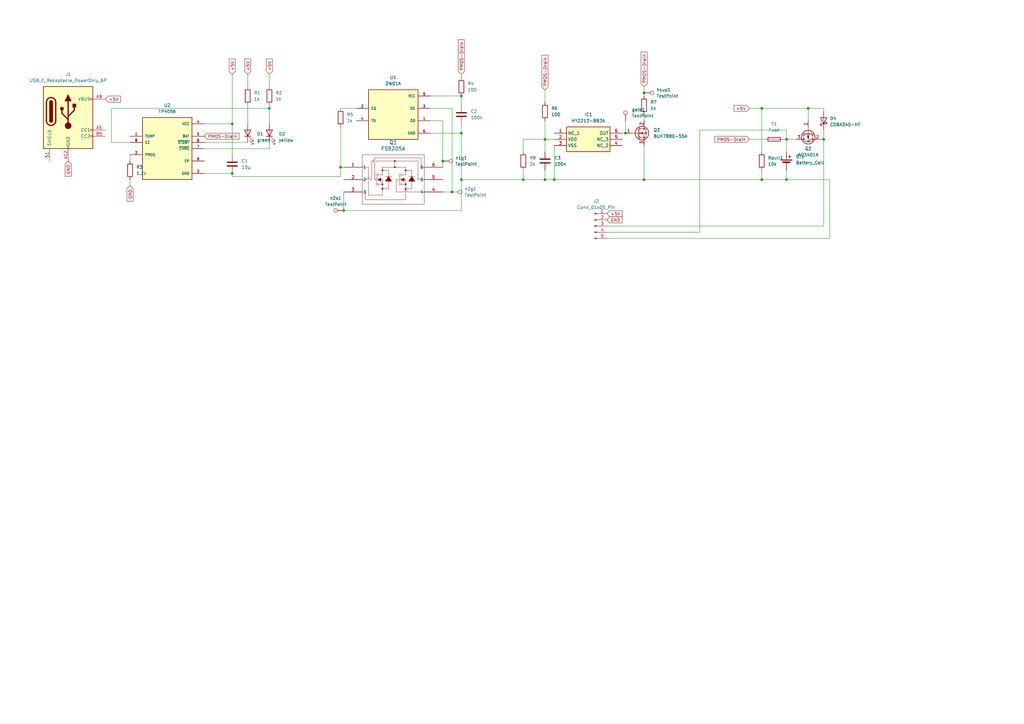
<source format=kicad_sch>
(kicad_sch (version 20231120) (generator "eeschema") (generator_version "8.0")
  (paper "A3")
  (lib_symbols
    (symbol "Connector:Conn_01x05_Pin" (pin_names (offset 1.016) hide)
      (property "Reference" "J" (at 0 7.62 0))
      (property "Value" "Conn_01x05_Pin" (at 0 -7.62 0))
      (symbol "Conn_01x05_Pin_1_1"
        (polyline (pts (xy 1.27 -5.08) (xy 0.8636 -5.08)) (stroke (width 0.1524)))
        (polyline (pts (xy 1.27 -2.54) (xy 0.8636 -2.54)) (stroke (width 0.1524)))
        (polyline (pts (xy 1.27 0) (xy 0.8636 0)) (stroke (width 0.1524)))
        (polyline (pts (xy 1.27 2.54) (xy 0.8636 2.54)) (stroke (width 0.1524)))
        (polyline (pts (xy 1.27 5.08) (xy 0.8636 5.08)) (stroke (width 0.1524)))
        (rectangle (start 0.8636 -4.953) (end 0 -5.207) (stroke (width 0.1524)) (fill (type outline)))
        (rectangle (start 0.8636 -2.413) (end 0 -2.667) (stroke (width 0.1524)) (fill (type outline)))
        (rectangle (start 0.8636 0.127) (end 0 -0.127) (stroke (width 0.1524)) (fill (type outline)))
        (rectangle (start 0.8636 2.667) (end 0 2.413) (stroke (width 0.1524)) (fill (type outline)))
        (rectangle (start 0.8636 5.207) (end 0 4.953) (stroke (width 0.1524)) (fill (type outline)))
        (pin passive line (at 5.08 5.08 180) (length 3.81) (name "Pin_1") (number "1"))
        (pin passive line (at 5.08 2.54 180) (length 3.81) (name "Pin_2") (number "2"))
        (pin passive line (at 5.08 0 180) (length 3.81) (name "Pin_3") (number "3"))
        (pin passive line (at 5.08 -2.54 180) (length 3.81) (name "Pin_4") (number "4"))
        (pin passive line (at 5.08 -5.08 180) (length 3.81) (name "Pin_5") (number "5"))
      )
    )
    (symbol "Connector:TestPoint" (pin_numbers hide) (pin_names (offset 0.762) hide)
      (property "Reference" "TP" (at 0 6.858 0))
      (property "Value" "TestPoint" (at 0 5.08 0))
      (symbol "TestPoint_0_1"
        (circle (center 0 3.302) (radius 0.762))
      )
      (symbol "TestPoint_1_1"
        (pin passive line (at 0 0 90) (length 2.54) (name "1") (number "1"))
      )
    )
    (symbol "Connector:USB_C_Receptacle_PowerOnly_6P" (pin_names (offset 1.016))
      (property "Reference" "J" (at 0 16.51 0))
      (property "Value" "USB_C_Receptacle_PowerOnly_6P" (at 0 13.97 0))
      (symbol "USB_C_Receptacle_PowerOnly_6P_0_0"
        (rectangle (start -0.254 -12.7) (end 0.254 -11.684))
        (rectangle (start 10.16 -7.366) (end 9.144 -7.874))
        (rectangle (start 10.16 -4.826) (end 9.144 -5.334))
        (rectangle (start 10.16 7.874) (end 9.144 7.366))
      )
      (symbol "USB_C_Receptacle_PowerOnly_6P_0_1"
        (rectangle (start -10.16 12.7) (end 10.16 -12.7) (stroke (width 0.254)) (fill (type background)))
        (arc (start -8.89 -1.27) (mid -6.985 -3.1667) (end -5.08 -1.27) (stroke (width 0.508)))
        (arc (start -7.62 -1.27) (mid -6.985 -1.9023) (end -6.35 -1.27) (stroke (width 0.254)))
        (arc (start -7.62 -1.27) (mid -6.985 -1.9023) (end -6.35 -1.27) (stroke (width 0.254)) (fill (type outline)))
        (rectangle (start -7.62 -1.27) (end -6.35 6.35) (stroke (width 0.254)) (fill (type outline)))
        (arc (start -6.35 6.35) (mid -6.985 6.9823) (end -7.62 6.35) (stroke (width 0.254)))
        (arc (start -6.35 6.35) (mid -6.985 6.9823) (end -7.62 6.35) (stroke (width 0.254)) (fill (type outline)))
        (arc (start -5.08 6.35) (mid -6.985 8.2467) (end -8.89 6.35) (stroke (width 0.508)))
        (circle (center -2.54 3.683) (radius 0.635) (stroke (width 0.254)) (fill (type outline)))
        (circle (center 0 -3.302) (radius 1.27) (fill (type outline)))
        (polyline (pts (xy -8.89 -1.27) (xy -8.89 6.35)) (stroke (width 0.508)))
        (polyline (pts (xy -5.08 6.35) (xy -5.08 -1.27)) (stroke (width 0.508)))
        (polyline (pts (xy 0 -3.302) (xy 0 6.858)) (stroke (width 0.508)))
        (polyline (pts (xy 0 -0.762) (xy -2.54 1.778) (xy -2.54 3.048)) (stroke (width 0.508)))
        (polyline (pts (xy 0 0.508) (xy 2.54 3.048) (xy 2.54 4.318)) (stroke (width 0.508)))
        (polyline (pts (xy -1.27 6.858) (xy 0 9.398) (xy 1.27 6.858) (xy -1.27 6.858)) (stroke (width 0.254)) (fill (type outline)))
        (rectangle (start 1.905 4.318) (end 3.175 5.588) (stroke (width 0.254)) (fill (type outline)))
      )
      (symbol "USB_C_Receptacle_PowerOnly_6P_1_1"
        (pin passive line (at 0 -17.78 90) (length 5.08) (name "GND") (number "A12"))
        (pin bidirectional line (at 15.24 -5.08 180) (length 5.08) (name "CC1") (number "A5"))
        (pin passive line (at 15.24 7.62 180) (length 5.08) (name "VBUS") (number "A9"))
        (pin passive line (at 0 -17.78 90) (length 5.08) hide (name "GND") (number "B12"))
        (pin bidirectional line (at 15.24 -7.62 180) (length 5.08) (name "CC2") (number "B5"))
        (pin passive line (at 15.24 7.62 180) (length 5.08) hide (name "VBUS") (number "B9"))
        (pin passive line (at -7.62 -17.78 90) (length 5.08) (name "SHIELD") (number "S1"))
      )
    )
    (symbol "DW01A:DW01A" (pin_names (offset 1.016))
      (property "Reference" "U" (at -10.16 11.43 0))
      (property "Value" "DW01A" (at -10.16 -12.7 0))
      (symbol "DW01A_0_0"
        (rectangle (start -10.16 -10.16) (end 10.16 10.16) (stroke (width 0.254)) (fill (type background)))
        (pin output line (at 15.24 -2.54 180) (length 5.08) (name "OD") (number "1"))
        (pin input line (at -15.24 2.54 0) (length 5.08) (name "CS") (number "2"))
        (pin output line (at 15.24 2.54 180) (length 5.08) (name "OC") (number "3"))
        (pin passive line (at -15.24 -2.54 0) (length 5.08) (name "TD") (number "4"))
        (pin power_in line (at 15.24 7.62 180) (length 5.08) (name "VCC") (number "5"))
        (pin power_in line (at 15.24 -7.62 180) (length 5.08) (name "GND") (number "6"))
      )
    )
    (symbol "Device:Battery_Cell" (pin_numbers hide) (pin_names (offset 0) hide)
      (property "Reference" "BT" (at 2.54 2.54 0))
      (property "Value" "Battery_Cell" (at 2.54 0 0))
      (symbol "Battery_Cell_0_1"
        (rectangle (start -2.286 1.778) (end 2.286 1.524) (fill (type outline)))
        (rectangle (start -1.524 1.016) (end 1.524 0.508) (fill (type outline)))
        (polyline (pts (xy 0 0.762) (xy 0 0)))
        (polyline (pts (xy 0 1.778) (xy 0 2.54)))
        (polyline (pts (xy 0.762 3.048) (xy 1.778 3.048)) (stroke (width 0.254)))
        (polyline (pts (xy 1.27 3.556) (xy 1.27 2.54)) (stroke (width 0.254)))
      )
      (symbol "Battery_Cell_1_1"
        (pin passive line (at 0 5.08 270) (length 2.54) (name "+") (number "1"))
        (pin passive line (at 0 -2.54 90) (length 2.54) (name "-") (number "2"))
      )
    )
    (symbol "Device:C" (pin_numbers hide) (pin_names (offset 0.254))
      (property "Reference" "C" (at 0.635 2.54 0))
      (property "Value" "C" (at 0.635 -2.54 0))
      (symbol "C_0_1"
        (polyline (pts (xy -2.032 -0.762) (xy 2.032 -0.762)) (stroke (width 0.508)))
        (polyline (pts (xy -2.032 0.762) (xy 2.032 0.762)) (stroke (width 0.508)))
      )
      (symbol "C_1_1"
        (pin passive line (at 0 3.81 270) (length 2.794) (name "~") (number "1"))
        (pin passive line (at 0 -3.81 90) (length 2.794) (name "~") (number "2"))
      )
    )
    (symbol "Device:Fuse" (pin_numbers hide) (pin_names (offset 0))
      (property "Reference" "F" (at 2.032 0 90))
      (property "Value" "Fuse" (at -1.905 0 90))
      (symbol "Fuse_0_1"
        (rectangle (start -0.762 -2.54) (end 0.762 2.54) (stroke (width 0.254)))
        (polyline (pts (xy 0 2.54) (xy 0 -2.54)))
      )
      (symbol "Fuse_1_1"
        (pin passive line (at 0 3.81 270) (length 1.27) (name "~") (number "1"))
        (pin passive line (at 0 -3.81 90) (length 1.27) (name "~") (number "2"))
      )
    )
    (symbol "Device:LED" (pin_numbers hide) (pin_names (offset 1.016) hide)
      (property "Reference" "D" (at 0 2.54 0))
      (property "Value" "LED" (at 0 -2.54 0))
      (symbol "LED_0_1"
        (polyline (pts (xy -1.27 -1.27) (xy -1.27 1.27)) (stroke (width 0.254)))
        (polyline (pts (xy -1.27 0) (xy 1.27 0)))
        (polyline (pts (xy 1.27 -1.27) (xy 1.27 1.27) (xy -1.27 0) (xy 1.27 -1.27)) (stroke (width 0.254)))
        (polyline (pts (xy -3.048 -0.762) (xy -4.572 -2.286) (xy -3.81 -2.286) (xy -4.572 -2.286) (xy -4.572 -1.524)))
        (polyline (pts (xy -1.778 -0.762) (xy -3.302 -2.286) (xy -2.54 -2.286) (xy -3.302 -2.286) (xy -3.302 -1.524)))
      )
      (symbol "LED_1_1"
        (pin passive line (at -3.81 0 0) (length 2.54) (name "K") (number "1"))
        (pin passive line (at 3.81 0 180) (length 2.54) (name "A") (number "2"))
      )
    )
    (symbol "Device:R" (pin_numbers hide) (pin_names (offset 0))
      (property "Reference" "R" (at 2.032 0 90))
      (property "Value" "R" (at 0 0 90))
      (symbol "R_0_1"
        (rectangle (start -1.016 -2.54) (end 1.016 2.54) (stroke (width 0.254)))
      )
      (symbol "R_1_1"
        (pin passive line (at 0 3.81 270) (length 1.27) (name "~") (number "1"))
        (pin passive line (at 0 -3.81 90) (length 1.27) (name "~") (number "2"))
      )
    )
    (symbol "Diode:CDBA340-HF" (pin_numbers hide) (pin_names hide)
      (property "Reference" "D" (at 0 2.54 0))
      (property "Value" "CDBA340-HF" (at 0 -2.54 0))
      (symbol "CDBA340-HF_0_1"
        (polyline (pts (xy 1.27 0) (xy -1.27 0)))
        (polyline (pts (xy 1.27 1.27) (xy 1.27 -1.27) (xy -1.27 0) (xy 1.27 1.27)) (stroke (width 0.254)))
        (polyline (pts (xy -1.905 0.635) (xy -1.905 1.27) (xy -1.27 1.27) (xy -1.27 -1.27) (xy -0.635 -1.27) (xy -0.635 -0.635)) (stroke (width 0.254)))
      )
      (symbol "CDBA340-HF_1_1"
        (pin passive line (at -3.81 0 0) (length 2.54) (name "K") (number "1"))
        (pin passive line (at 3.81 0 180) (length 2.54) (name "A") (number "2"))
      )
    )
    (symbol "FS8205A:FS8205A" (pin_names (offset 0.254))
      (property "Reference" "Q" (at 20.32 10.16 0))
      (property "Value" "FS8205A" (at 20.32 7.62 0))
      (symbol "FS8205A_0_1"
        (polyline (pts (xy 7.62 -15.24) (xy 33.02 -15.24)) (stroke (width 0.127)))
        (polyline (pts (xy 7.62 -10.16) (xy 8.89 -10.16)) (stroke (width 0.127)))
        (polyline (pts (xy 7.62 -5.08) (xy 9.525 -5.08)) (stroke (width 0.127)))
        (polyline (pts (xy 7.62 0) (xy 10.16 0)) (stroke (width 0.127)))
        (polyline (pts (xy 7.62 5.08) (xy 7.62 -15.24)) (stroke (width 0.127)))
        (polyline (pts (xy 8.89 -13.335) (xy 8.89 -10.16)) (stroke (width 0.127)))
        (polyline (pts (xy 8.89 -13.335) (xy 25.4 -13.335)) (stroke (width 0.127)))
        (polyline (pts (xy 10.16 -11.43) (xy 15.875 -11.43)) (stroke (width 0.127)))
        (polyline (pts (xy 10.16 0) (xy 10.16 -11.43)) (stroke (width 0.127)))
        (polyline (pts (xy 10.795 -5.08) (xy 11.43 -5.08)) (stroke (width 0.127)))
        (polyline (pts (xy 11.43 -5.08) (xy 11.43 2.54)) (stroke (width 0.127)))
        (polyline (pts (xy 11.43 2.54) (xy 30.48 2.54)) (stroke (width 0.127)))
        (polyline (pts (xy 12.7 -5.08) (xy 13.335 -5.08)) (stroke (width 0.127)))
        (polyline (pts (xy 12.7 1.905) (xy 12.7 -5.08)) (stroke (width 0.127)))
        (polyline (pts (xy 12.7 3.81) (xy 12.7 3.175)) (stroke (width 0.127)))
        (polyline (pts (xy 13.335 -2.54) (xy 13.335 -7.62)) (stroke (width 0.127)))
        (polyline (pts (xy 13.97 -6.985) (xy 15.875 -6.985)) (stroke (width 0.127)))
        (polyline (pts (xy 13.97 -6.35) (xy 13.97 -7.62)) (stroke (width 0.127)))
        (polyline (pts (xy 13.97 -5.08) (xy 15.24 -4.445)) (stroke (width 0.127)))
        (polyline (pts (xy 13.97 -5.08) (xy 15.875 -5.08)) (stroke (width 0.127)))
        (polyline (pts (xy 13.97 -4.445) (xy 13.97 -5.715)) (stroke (width 0.127)))
        (polyline (pts (xy 13.97 -3.175) (xy 15.875 -3.175)) (stroke (width 0.127)))
        (polyline (pts (xy 13.97 -2.54) (xy 13.97 -3.81)) (stroke (width 0.127)))
        (polyline (pts (xy 15.24 -5.715) (xy 13.97 -5.08)) (stroke (width 0.127)))
        (polyline (pts (xy 15.24 -4.445) (xy 15.24 -5.715)) (stroke (width 0.127)))
        (polyline (pts (xy 15.875 -5.08) (xy 15.875 -11.43)) (stroke (width 0.127)))
        (polyline (pts (xy 15.875 -1.27) (xy 18.415 -1.27)) (stroke (width 0.127)))
        (polyline (pts (xy 15.875 0) (xy 15.875 -3.175)) (stroke (width 0.127)))
        (polyline (pts (xy 17.145 -5.715) (xy 19.685 -5.715)) (stroke (width 0.127)))
        (polyline (pts (xy 17.145 -3.81) (xy 19.685 -3.81)) (stroke (width 0.127)))
        (polyline (pts (xy 18.415 -8.89) (xy 15.875 -8.89)) (stroke (width 0.127)))
        (polyline (pts (xy 18.415 -3.81) (xy 17.145 -5.715)) (stroke (width 0.127)))
        (polyline (pts (xy 18.415 -3.81) (xy 19.685 -5.715)) (stroke (width 0.127)))
        (polyline (pts (xy 18.415 -1.27) (xy 18.415 -8.89)) (stroke (width 0.127)))
        (polyline (pts (xy 20.955 0) (xy 20.955 2.54)) (stroke (width 0.127)))
        (polyline (pts (xy 21.59 -10.16) (xy 21.59 -5.08)) (stroke (width 0.127)))
        (polyline (pts (xy 21.59 -10.16) (xy 24.765 -10.16)) (stroke (width 0.127)))
        (polyline (pts (xy 21.59 -5.08) (xy 22.86 -5.08)) (stroke (width 0.127)))
        (polyline (pts (xy 22.86 -2.54) (xy 22.86 -7.62)) (stroke (width 0.127)))
        (polyline (pts (xy 23.495 -6.985) (xy 25.4 -6.985)) (stroke (width 0.127)))
        (polyline (pts (xy 23.495 -6.35) (xy 23.495 -7.62)) (stroke (width 0.127)))
        (polyline (pts (xy 23.495 -5.08) (xy 24.765 -4.445)) (stroke (width 0.127)))
        (polyline (pts (xy 23.495 -5.08) (xy 25.4 -5.08)) (stroke (width 0.127)))
        (polyline (pts (xy 23.495 -4.445) (xy 23.495 -5.715)) (stroke (width 0.127)))
        (polyline (pts (xy 23.495 -3.175) (xy 25.4 -3.175)) (stroke (width 0.127)))
        (polyline (pts (xy 23.495 -2.54) (xy 23.495 -3.81)) (stroke (width 0.127)))
        (polyline (pts (xy 24.765 -5.715) (xy 23.495 -5.08)) (stroke (width 0.127)))
        (polyline (pts (xy 24.765 -4.445) (xy 24.765 -5.715)) (stroke (width 0.127)))
        (polyline (pts (xy 25.4 -5.08) (xy 25.4 -13.335)) (stroke (width 0.127)))
        (polyline (pts (xy 25.4 -1.27) (xy 27.94 -1.27)) (stroke (width 0.127)))
        (polyline (pts (xy 25.4 0) (xy 15.875 0)) (stroke (width 0.127)))
        (polyline (pts (xy 25.4 0) (xy 25.4 -3.175)) (stroke (width 0.127)))
        (polyline (pts (xy 26.67 -5.715) (xy 29.21 -5.715)) (stroke (width 0.127)))
        (polyline (pts (xy 26.67 -3.81) (xy 29.21 -3.81)) (stroke (width 0.127)))
        (polyline (pts (xy 27.94 -8.89) (xy 25.4 -8.89)) (stroke (width 0.127)))
        (polyline (pts (xy 27.94 -3.81) (xy 26.67 -5.715)) (stroke (width 0.127)))
        (polyline (pts (xy 27.94 -3.81) (xy 29.21 -5.715)) (stroke (width 0.127)))
        (polyline (pts (xy 27.94 -1.27) (xy 27.94 -8.89)) (stroke (width 0.127)))
        (polyline (pts (xy 30.48 -5.08) (xy 33.02 -5.08)) (stroke (width 0.127)))
        (polyline (pts (xy 30.48 2.54) (xy 30.48 -5.08)) (stroke (width 0.127)))
        (polyline (pts (xy 31.75 3.81) (xy 12.7 3.81)) (stroke (width 0.127)))
        (polyline (pts (xy 31.75 3.81) (xy 31.75 0)) (stroke (width 0.127)))
        (polyline (pts (xy 33.02 -15.24) (xy 33.02 5.08)) (stroke (width 0.127)))
        (polyline (pts (xy 33.02 -10.16) (xy 26.035 -10.16)) (stroke (width 0.127)))
        (polyline (pts (xy 33.02 0) (xy 31.75 0)) (stroke (width 0.127)))
        (polyline (pts (xy 33.02 5.08) (xy 7.62 5.08)) (stroke (width 0.127)))
        (polyline (pts (xy 13.97 -5.08) (xy 15.24 -5.715) (xy 15.24 -4.445)) (fill (type outline)))
        (polyline (pts (xy 18.415 -3.81) (xy 17.145 -5.715) (xy 19.685 -5.715)) (fill (type outline)))
        (polyline (pts (xy 23.495 -5.08) (xy 24.765 -5.715) (xy 24.765 -4.445)) (fill (type outline)))
        (polyline (pts (xy 27.94 -3.81) (xy 26.67 -5.715) (xy 29.21 -5.715)) (fill (type outline)))
        (arc (start 10.795 -5.08) (mid 10.16 -4.4477) (end 9.525 -5.08) (stroke (width 0.127)))
        (arc (start 12.7 3.175) (mid 12.0677 2.54) (end 12.7 1.905) (stroke (width 0.127)))
        (circle (center 15.875 -8.89) (radius 0.2032) (stroke (width 0.3048)))
        (circle (center 15.875 -6.985) (radius 0.2032) (stroke (width 0.3048)))
        (circle (center 15.875 -1.27) (radius 0.2032) (stroke (width 0.3048)))
        (circle (center 20.955 0) (radius 0.2032) (stroke (width 0.3048)))
        (circle (center 20.955 2.54) (radius 0.2032) (stroke (width 0.3048)))
        (circle (center 25.4 -8.89) (radius 0.2032) (stroke (width 0.3048)))
        (circle (center 25.4 -6.985) (radius 0.2032) (stroke (width 0.3048)))
        (circle (center 25.4 -1.27) (radius 0.2032) (stroke (width 0.3048)))
        (arc (start 26.035 -10.16) (mid 25.4 -9.5277) (end 24.765 -10.16) (stroke (width 0.127)))
        (pin unspecified line (at 0 0 0) (length 7.62) (name "1") (number "1"))
        (pin unspecified line (at 0 -5.08 0) (length 7.62) (name "2") (number "2"))
        (pin unspecified line (at 0 -10.16 0) (length 7.62) (name "3") (number "3"))
        (pin unspecified line (at 40.64 -10.16 180) (length 7.62) (name "4") (number "4"))
        (pin unspecified line (at 40.64 -5.08 180) (length 7.62) (name "5") (number "5"))
        (pin unspecified line (at 40.64 0 180) (length 7.62) (name "6") (number "6"))
      )
    )
    (symbol "HY2213-BB3A:HY2213-BB3A"
      (property "Reference" "IC" (at 24.13 7.62 0))
      (property "Value" "HY2213-BB3A" (at 24.13 5.08 0))
      (symbol "HY2213-BB3A_1_1"
        (rectangle (start 5.08 2.54) (end 22.86 -7.62) (stroke (width 0.254)) (fill (type background)))
        (pin passive line (at 0 0 0) (length 5.08) (name "NC_1") (number "1"))
        (pin passive line (at 0 -2.54 0) (length 5.08) (name "VDD") (number "2"))
        (pin passive line (at 0 -5.08 0) (length 5.08) (name "VSS") (number "3"))
        (pin passive line (at 27.94 -5.08 180) (length 5.08) (name "NC_2") (number "4"))
        (pin passive line (at 27.94 -2.54 180) (length 5.08) (name "NC_3") (number "5"))
        (pin passive line (at 27.94 0 180) (length 5.08) (name "OUT") (number "6"))
      )
    )
    (symbol "TP4056:TP4056" (pin_names (offset 1.016))
      (property "Reference" "U" (at -10.16 13.208 0))
      (property "Value" "TP4056" (at -10.16 -15.24 0))
      (symbol "TP4056_0_0"
        (rectangle (start -10.16 -12.7) (end 10.16 12.7) (stroke (width 0.254)) (fill (type background)))
        (pin input line (at -15.24 5.08 0) (length 5.08) (name "TEMP") (number "1"))
        (pin bidirectional line (at -15.24 -2.54 0) (length 5.08) (name "PROG") (number "2"))
        (pin power_in line (at 15.24 -10.16 180) (length 5.08) (name "GND") (number "3"))
        (pin power_in line (at 15.24 10.16 180) (length 5.08) (name "VCC") (number "4"))
        (pin output line (at 15.24 5.08 180) (length 5.08) (name "BAT") (number "5"))
        (pin output line (at 15.24 2.54 180) (length 5.08) (name "~{STDBY}") (number "6"))
        (pin output line (at 15.24 0 180) (length 5.08) (name "~{CHRG}") (number "7"))
        (pin input line (at -15.24 2.54 0) (length 5.08) (name "CE") (number "8"))
        (pin passive line (at 15.24 -5.08 180) (length 5.08) (name "EP") (number "9"))
      )
    )
    (symbol "Transistor_FET:AO3401A" (pin_names hide)
      (property "Reference" "Q" (at 5.08 1.905 0))
      (property "Value" "AO3401A" (at 5.08 0 0))
      (symbol "AO3401A_0_1"
        (polyline (pts (xy 0.254 0) (xy -2.54 0)))
        (polyline (pts (xy 0.254 1.905) (xy 0.254 -1.905)) (stroke (width 0.254)))
        (polyline (pts (xy 0.762 -1.27) (xy 0.762 -2.286)) (stroke (width 0.254)))
        (polyline (pts (xy 0.762 0.508) (xy 0.762 -0.508)) (stroke (width 0.254)))
        (polyline (pts (xy 0.762 2.286) (xy 0.762 1.27)) (stroke (width 0.254)))
        (polyline (pts (xy 2.54 2.54) (xy 2.54 1.778)))
        (polyline (pts (xy 2.54 -2.54) (xy 2.54 0) (xy 0.762 0)))
        (polyline (pts (xy 0.762 1.778) (xy 3.302 1.778) (xy 3.302 -1.778) (xy 0.762 -1.778)))
        (polyline (pts (xy 2.286 0) (xy 1.27 0.381) (xy 1.27 -0.381) (xy 2.286 0)) (fill (type outline)))
        (polyline (pts (xy 2.794 -0.508) (xy 2.921 -0.381) (xy 3.683 -0.381) (xy 3.81 -0.254)))
        (polyline (pts (xy 3.302 -0.381) (xy 2.921 0.254) (xy 3.683 0.254) (xy 3.302 -0.381)))
        (circle (center 1.651 0) (radius 2.794) (stroke (width 0.254)))
        (circle (center 2.54 -1.778) (radius 0.254) (fill (type outline)))
        (circle (center 2.54 1.778) (radius 0.254) (fill (type outline)))
      )
      (symbol "AO3401A_1_1"
        (pin input line (at -5.08 0 0) (length 2.54) (name "G") (number "1"))
        (pin passive line (at 2.54 -5.08 90) (length 2.54) (name "S") (number "2"))
        (pin passive line (at 2.54 5.08 270) (length 2.54) (name "D") (number "3"))
      )
    )
    (symbol "Transistor_FET:BUK7880-55A" (pin_names hide)
      (property "Reference" "Q" (at 5.08 1.905 0))
      (property "Value" "BUK7880-55A" (at 5.08 0 0))
      (symbol "BUK7880-55A_0_1"
        (polyline (pts (xy 0.254 0) (xy -2.54 0)))
        (polyline (pts (xy 0.254 1.905) (xy 0.254 -1.905)) (stroke (width 0.254)))
        (polyline (pts (xy 0.762 -1.27) (xy 0.762 -2.286)) (stroke (width 0.254)))
        (polyline (pts (xy 0.762 0.508) (xy 0.762 -0.508)) (stroke (width 0.254)))
        (polyline (pts (xy 0.762 2.286) (xy 0.762 1.27)) (stroke (width 0.254)))
        (polyline (pts (xy 2.54 2.54) (xy 2.54 1.778)))
        (polyline (pts (xy 2.54 -2.54) (xy 2.54 0) (xy 0.762 0)))
        (polyline (pts (xy 0.762 -1.778) (xy 3.302 -1.778) (xy 3.302 1.778) (xy 0.762 1.778)))
        (polyline (pts (xy 1.016 0) (xy 2.032 0.381) (xy 2.032 -0.381) (xy 1.016 0)) (fill (type outline)))
        (polyline (pts (xy 2.794 0.508) (xy 2.921 0.381) (xy 3.683 0.381) (xy 3.81 0.254)))
        (polyline (pts (xy 3.302 0.381) (xy 2.921 -0.254) (xy 3.683 -0.254) (xy 3.302 0.381)))
        (circle (center 1.651 0) (radius 2.794) (stroke (width 0.254)))
        (circle (center 2.54 -1.778) (radius 0.254) (fill (type outline)))
        (circle (center 2.54 1.778) (radius 0.254) (fill (type outline)))
      )
      (symbol "BUK7880-55A_1_1"
        (pin input line (at -5.08 0 0) (length 2.54) (name "G") (number "1"))
        (pin passive line (at 2.54 5.08 270) (length 2.54) (name "D") (number "2"))
        (pin passive line (at 2.54 -5.08 90) (length 2.54) (name "S") (number "3"))
      )
    )
  )
  (junction (at 312.42 44.45))
  (junction (at 95.25 50.8))
  (junction (at 189.23 73.66))
  (junction (at 322.58 57.15))
  (junction (at 264.16 38.1))
  (junction (at 181.61 66.04))
  (junction (at 185.42 78.74))
  (junction (at 95.25 71.12))
  (junction (at 264.16 73.66))
  (junction (at 214.63 73.66))
  (junction (at 139.7 68.58))
  (junction (at 223.52 73.66))
  (junction (at 189.23 39.37))
  (junction (at 322.58 73.66))
  (junction (at 256.54 54.61))
  (junction (at 227.33 73.66))
  (junction (at 312.42 73.66))
  (junction (at 337.82 57.15))
  (junction (at 140.97 86.36))
  (junction (at 331.47 44.45))
  (junction (at 110.49 44.45))
  (junction (at 189.23 54.61))
  (junction (at 223.52 57.15))
  (wire (pts (xy 312.42 44.45) (xy 312.42 62.23)))
  (wire (pts (xy 95.25 72.39) (xy 139.7 72.39)))
  (wire (pts (xy 223.52 49.53) (xy 223.52 57.15)))
  (wire (pts (xy 189.23 73.66) (xy 189.23 54.61)))
  (wire (pts (xy 331.47 44.45) (xy 312.42 44.45)))
  (wire (pts (xy 214.63 69.85) (xy 214.63 73.66)))
  (wire (pts (xy 53.34 58.42) (xy 45.72 58.42)))
  (wire (pts (xy 227.33 73.66) (xy 264.16 73.66)))
  (wire (pts (xy 83.82 60.96) (xy 110.49 60.96)))
  (wire (pts (xy 95.25 50.8) (xy 95.25 63.5)))
  (wire (pts (xy 214.63 73.66) (xy 223.52 73.66)))
  (wire (pts (xy 189.23 50.8) (xy 189.23 54.61)))
  (wire (pts (xy 181.61 49.53) (xy 181.61 66.04)))
  (wire (pts (xy 95.25 30.48) (xy 95.25 50.8)))
  (wire (pts (xy 185.42 78.74) (xy 181.61 78.74)))
  (wire (pts (xy 223.52 36.83) (xy 223.52 41.91)))
  (wire (pts (xy 140.97 78.74) (xy 140.97 86.36)))
  (wire (pts (xy 322.58 53.34) (xy 322.58 57.15)))
  (wire (pts (xy 264.16 59.69) (xy 264.16 73.66)))
  (wire (pts (xy 176.53 39.37) (xy 189.23 39.37)))
  (wire (pts (xy 264.16 38.1) (xy 264.16 39.37)))
  (wire (pts (xy 53.34 63.5) (xy 53.34 66.04)))
  (wire (pts (xy 139.7 72.39) (xy 139.7 68.58)))
  (wire (pts (xy 256.54 49.53) (xy 256.54 54.61)))
  (wire (pts (xy 337.82 92.71) (xy 248.92 92.71)))
  (wire (pts (xy 189.23 30.48) (xy 189.23 31.75)))
  (wire (pts (xy 189.23 86.36) (xy 189.23 73.66)))
  (wire (pts (xy 223.52 73.66) (xy 227.33 73.66)))
  (wire (pts (xy 223.52 57.15) (xy 227.33 57.15)))
  (wire (pts (xy 110.49 58.42) (xy 110.49 60.96)))
  (wire (pts (xy 255.27 54.61) (xy 256.54 54.61)))
  (wire (pts (xy 337.82 57.15) (xy 337.82 92.71)))
  (wire (pts (xy 227.33 59.69) (xy 227.33 73.66)))
  (wire (pts (xy 337.82 57.15) (xy 337.82 53.34)))
  (wire (pts (xy 101.6 35.56) (xy 101.6 30.48)))
  (wire (pts (xy 322.58 53.34) (xy 287.02 53.34)))
  (wire (pts (xy 322.58 69.85) (xy 322.58 73.66)))
  (wire (pts (xy 340.36 73.66) (xy 322.58 73.66)))
  (wire (pts (xy 139.7 52.07) (xy 139.7 68.58)))
  (wire (pts (xy 140.97 86.36) (xy 189.23 86.36)))
  (wire (pts (xy 248.92 97.79) (xy 340.36 97.79)))
  (wire (pts (xy 83.82 71.12) (xy 95.25 71.12)))
  (wire (pts (xy 322.58 57.15) (xy 326.39 57.15)))
  (wire (pts (xy 337.82 45.72) (xy 337.82 44.45)))
  (wire (pts (xy 181.61 66.04) (xy 181.61 68.58)))
  (wire (pts (xy 264.16 73.66) (xy 312.42 73.66)))
  (wire (pts (xy 185.42 44.45) (xy 185.42 78.74)))
  (wire (pts (xy 181.61 49.53) (xy 176.53 49.53)))
  (wire (pts (xy 223.52 57.15) (xy 223.52 62.23)))
  (wire (pts (xy 312.42 73.66) (xy 322.58 73.66)))
  (wire (pts (xy 189.23 39.37) (xy 189.23 43.18)))
  (wire (pts (xy 312.42 69.85) (xy 312.42 73.66)))
  (wire (pts (xy 336.55 57.15) (xy 337.82 57.15)))
  (wire (pts (xy 264.16 35.56) (xy 264.16 38.1)))
  (wire (pts (xy 214.63 62.23) (xy 214.63 57.15)))
  (wire (pts (xy 264.16 46.99) (xy 264.16 49.53)))
  (wire (pts (xy 95.25 50.8) (xy 83.82 50.8)))
  (wire (pts (xy 214.63 57.15) (xy 223.52 57.15)))
  (wire (pts (xy 83.82 58.42) (xy 101.6 58.42)))
  (wire (pts (xy 331.47 44.45) (xy 331.47 49.53)))
  (wire (pts (xy 101.6 43.18) (xy 101.6 50.8)))
  (wire (pts (xy 110.49 44.45) (xy 110.49 50.8)))
  (wire (pts (xy 110.49 30.48) (xy 110.49 35.56)))
  (wire (pts (xy 321.31 57.15) (xy 322.58 57.15)))
  (wire (pts (xy 176.53 54.61) (xy 189.23 54.61)))
  (wire (pts (xy 307.34 57.15) (xy 313.69 57.15)))
  (wire (pts (xy 307.34 44.45) (xy 312.42 44.45)))
  (wire (pts (xy 337.82 44.45) (xy 331.47 44.45)))
  (wire (pts (xy 287.02 53.34) (xy 287.02 95.25)))
  (wire (pts (xy 110.49 43.18) (xy 110.49 44.45)))
  (wire (pts (xy 287.02 95.25) (xy 248.92 95.25)))
  (wire (pts (xy 45.72 44.45) (xy 110.49 44.45)))
  (wire (pts (xy 189.23 73.66) (xy 214.63 73.66)))
  (wire (pts (xy 322.58 62.23) (xy 322.58 57.15)))
  (wire (pts (xy 185.42 44.45) (xy 176.53 44.45)))
  (wire (pts (xy 45.72 58.42) (xy 45.72 44.45)))
  (wire (pts (xy 340.36 73.66) (xy 340.36 97.79)))
  (wire (pts (xy 139.7 68.58) (xy 140.97 68.58)))
  (wire (pts (xy 95.25 72.39) (xy 95.25 71.12)))
  (wire (pts (xy 139.7 44.45) (xy 146.05 44.45)))
  (wire (pts (xy 223.52 69.85) (xy 223.52 73.66)))
  (wire (pts (xy 53.34 73.66) (xy 53.34 76.2)))
  (global_label "PMOS-Drain" (shape input) (at 189.23 30.48 90) (property "Intersheetrefs" "${INTERSHEET_REFS}" (effects (hide yes))))
  (global_label "PMOS-Drain" (shape input) (at 223.52 36.83 90) (property "Intersheetrefs" "${INTERSHEET_REFS}" (effects (hide yes))))
  (global_label "PMOS-Drain" (shape input) (at 307.34 57.15 180) (property "Intersheetrefs" "${INTERSHEET_REFS}" (effects (hide yes))))
  (global_label "GND" (shape input) (at 27.94 66.04 270) (property "Intersheetrefs" "${INTERSHEET_REFS}" (effects (hide yes))))
  (global_label "+5V" (shape input) (at 110.49 30.48 90) (property "Intersheetrefs" "${INTERSHEET_REFS}" (effects (hide yes))))
  (global_label "+5V" (shape input) (at 95.25 30.48 90) (property "Intersheetrefs" "${INTERSHEET_REFS}" (effects (hide yes))))
  (global_label "+5V" (shape input) (at 101.6 30.48 90) (property "Intersheetrefs" "${INTERSHEET_REFS}" (effects (hide yes))))
  (global_label "+5V" (shape input) (at 307.34 44.45 180) (property "Intersheetrefs" "${INTERSHEET_REFS}" (effects (hide yes))))
  (global_label "GND" (shape input) (at 53.34 76.2 270) (property "Intersheetrefs" "${INTERSHEET_REFS}" (effects (hide yes))))
  (global_label "PMOS-Drain" (shape input) (at 264.16 35.56 90) (property "Intersheetrefs" "${INTERSHEET_REFS}" (effects (hide yes))))
  (global_label "+5V" (shape input) (at 43.18 40.64 0) (property "Intersheetrefs" "${INTERSHEET_REFS}" (effects (hide yes))))
  (global_label "PMOS-Drain" (shape input) (at 83.82 55.88 0) (property "Intersheetrefs" "${INTERSHEET_REFS}" (effects (hide yes))))
  (global_label "GND" (shape input) (at 248.92 90.17 0) (property "Intersheetrefs" "${INTERSHEET_REFS}" (effects (hide yes))))
  (global_label "+5V" (shape input) (at 248.92 87.63 0) (property "Intersheetrefs" "${INTERSHEET_REFS}" (effects (hide yes))))
  (symbol (lib_id "Transistor_FET:AO3401A") (at 331.47 54.61 90) (mirror x) (unit 1)
    (property "Reference" "Q2" (at 331.47 60.96 90))
    (property "Value" "AO3401A" (at 331.47 63.5 90))
    (property "Footprint" "Package_TO_SOT_SMD:SOT-23" (effects (hide yes)))
    (property "Datasheet" "http://www.aosmd.com/pdfs/datasheet/AO3401A.pdf" (effects (hide yes)))
    (property "Description" "-4.0A Id, -30V Vds, P-Channel MOSFET, SOT-23" (effects (hide yes)))
  )
  (symbol (lib_id "DW01A:DW01A") (at 161.29 46.99 0) (unit 1)
    (property "Reference" "U1" (at 161.29 31.75 0))
    (property "Value" "DW01A" (at 161.29 34.29 0))
    (property "Footprint" "DW01A:SOT95P280X145-6N" (effects (hide yes)))
    (property "MF" "Fortune Semiconductor" (effects (hide yes)))
    (property "SNAPEDA_PACKAGE_ID" "103849" (effects (hide yes)))
    (property "Package" "SOT-23-6 Fortune Semiconductor" (effects (hide yes)))
    (property "Price" "None" (effects (hide yes)))
    (property "Check_prices" "https://www.snapeda.com/parts/DW01A/Fortune+Semiconductor/view-part/?ref=eda" (effects (hide yes)))
    (property "STANDARD" "IPC 7351B" (effects (hide yes)))
    (property "PARTREV" "1.8" (effects (hide yes)))
    (property "SnapEDA_Link" "https://www.snapeda.com/parts/DW01A/Fortune+Semiconductor/view-part/?ref=snap" (effects (hide yes)))
    (property "MP" "DW01A" (effects (hide yes)))
    (property "Description_1" "\nOne Cell Lithium-ion/Polymer Battery Protection IC\n" (effects (hide yes)))
    (property "MANUFACTURER" "Fortune Semiconductor" (effects (hide yes)))
    (property "Availability" "Not in stock" (effects (hide yes)))
    (property "MAXIMUM_PACKAGE_HEIGHT" "1.45mm" (effects (hide yes)))
  )
  (symbol (lib_id "Device:R") (at 53.34 69.85 0) (unit 1)
    (property "Reference" "R3" (at 55.88 68.5799 0) (effects (justify left)))
    (property "Value" "1.2k" (at 55.88 71.1199 0) (effects (justify left)))
    (property "Footprint" "Resistor_SMD:R_1206_3216Metric" (effects (hide yes)))
    (property "Description" "Resistor" (effects (hide yes)))
  )
  (symbol (lib_id "Device:C") (at 95.25 67.31 0) (unit 1)
    (property "Reference" "C1" (at 99.06 66.0399 0) (effects (justify left)))
    (property "Value" "10µ" (at 99.06 68.5799 0) (effects (justify left)))
    (property "Footprint" "Capacitor_SMD:C_1206_3216Metric" (effects (hide yes)))
    (property "Description" "Unpolarized capacitor" (effects (hide yes)))
  )
  (symbol (lib_id "Transistor_FET:BUK7880-55A") (at 261.62 54.61 0) (unit 1)
    (property "Reference" "Q3" (at 267.97 53.3399 0) (effects (justify left)))
    (property "Value" "BUK7880-55A" (at 267.97 55.8799 0) (effects (justify left)))
    (property "Footprint" "Package_TO_SOT_SMD:SOT-223-3_TabPin2" (effects (hide yes)))
    (property "Datasheet" "https://assets.nexperia.com/documents/data-sheet/BUK7880-55A.pdf" (effects (hide yes)))
    (property "Description" "7A Id, 55V Vds, N-Channel Enhancement Mode MOSFET, SOT-223" (effects (hide yes)))
  )
  (symbol (lib_id "Device:R") (at 312.42 66.04 0) (unit 1)
    (property "Reference" "Rpull1" (at 314.96 64.7699 0) (effects (justify left)))
    (property "Value" "10k" (at 314.96 67.3099 0) (effects (justify left)))
    (property "Footprint" "Resistor_SMD:R_1206_3216Metric" (effects (hide yes)))
    (property "Description" "Resistor" (effects (hide yes)))
  )
  (symbol (lib_id "FS8205A:FS8205A") (at 140.97 68.58 0) (unit 1)
    (property "Reference" "Q1" (at 161.29 58.42 0) (effects (font (size 1.524 1.524))))
    (property "Value" "FS8205A" (at 161.29 60.96 0) (effects (font (size 1.524 1.524))))
    (property "Footprint" "SOT-23-6L_TCP" (effects (hide yes)))
    (property "Datasheet" "FS8205A" (effects (hide yes)))
  )
  (symbol (lib_id "Device:LED") (at 110.49 54.61 90) (unit 1)
    (property "Reference" "D2" (at 114.3 54.9274 90) (effects (justify right)))
    (property "Value" "yellow" (at 114.3 57.4674 90) (effects (justify right)))
    (property "Footprint" "LED_SMD:LED_1206_3216Metric" (effects (hide yes)))
    (property "Description" "Light emitting diode" (effects (hide yes)))
  )
  (symbol (lib_id "Device:R") (at 139.7 48.26 0) (unit 1)
    (property "Reference" "R5" (at 142.24 46.9899 0) (effects (justify left)))
    (property "Value" "1k" (at 142.24 49.5299 0) (effects (justify left)))
    (property "Footprint" "Resistor_SMD:R_1206_3216Metric" (effects (hide yes)))
    (property "Description" "Resistor" (effects (hide yes)))
  )
  (symbol (lib_id "Connector:TestPoint") (at 140.97 86.36 90) (unit 1)
    (property "Reference" "n2s1" (at 137.668 81.28 90))
    (property "Value" "TestPoint" (at 137.668 83.82 90))
    (property "Footprint" "Connector_Pin:Pin_D1.0mm_L10.0mm" (effects (hide yes)))
    (property "Description" "test point" (effects (hide yes)))
  )
  (symbol (lib_id "HY2213-BB3A:HY2213-BB3A") (at 227.33 54.61 0) (unit 1)
    (property "Reference" "IC1" (at 241.3 46.99 0))
    (property "Value" "HY2213-BB3A" (at 241.3 49.53 0))
    (property "Footprint" "SOT95P280X140-6N" (effects (hide yes)))
    (property "Datasheet" "https://datasheet.lcsc.com/szlcsc/HYCON-Tech-HY2213-BB3A_C113632.pdf" (effects (hide yes)))
    (property "Description" "PMIC - Battery Management SOT-23-6 RoHS" (effects (hide yes)))
    (property "Height" "1.4" (effects (hide yes)))
    (property "Manufacturer_Name" "Hycon" (effects (hide yes)))
    (property "Manufacturer_Part_Number" "HY2213-BB3A" (effects (hide yes)))
  )
  (symbol (lib_id "Device:R") (at 189.23 35.56 0) (unit 1)
    (property "Reference" "R4" (at 191.77 34.2899 0) (effects (justify left)))
    (property "Value" "100" (at 191.77 36.8299 0) (effects (justify left)))
    (property "Footprint" "Resistor_SMD:R_1206_3216Metric" (effects (hide yes)))
    (property "Description" "Resistor" (effects (hide yes)))
  )
  (symbol (lib_id "Device:R") (at 214.63 66.04 0) (unit 1)
    (property "Reference" "R8" (at 217.17 64.7699 0) (effects (justify left)))
    (property "Value" "2k" (at 217.17 67.3099 0) (effects (justify left)))
    (property "Footprint" "Resistor_SMD:R_1206_3216Metric" (effects (hide yes)))
    (property "Description" "Resistor" (effects (hide yes)))
  )
  (symbol (lib_id "Connector:TestPoint") (at 181.61 66.04 270) (unit 1)
    (property "Reference" "n1g1" (at 186.69 64.7699 90) (effects (justify left)))
    (property "Value" "TestPoint" (at 186.69 67.3099 90) (effects (justify left)))
    (property "Footprint" "Connector_Pin:Pin_D1.0mm_L10.0mm" (effects (hide yes)))
    (property "Description" "test point" (effects (hide yes)))
  )
  (symbol (lib_id "Connector:TestPoint") (at 264.16 38.1 270) (unit 1)
    (property "Reference" "hsup1" (at 269.24 36.8299 90) (effects (justify left)))
    (property "Value" "TestPoint" (at 269.24 39.3699 90) (effects (justify left)))
    (property "Footprint" "Connector_Pin:Pin_D1.0mm_L10.0mm" (effects (hide yes)))
    (property "Description" "test point" (effects (hide yes)))
  )
  (symbol (lib_id "Connector:TestPoint") (at 256.54 49.53 0) (unit 1)
    (property "Reference" "gate1" (at 259.08 44.9579 0) (effects (justify left)))
    (property "Value" "TestPoint" (at 259.08 47.4979 0) (effects (justify left)))
    (property "Footprint" "Connector_Pin:Pin_D1.0mm_L10.0mm" (effects (hide yes)))
    (property "Description" "test point" (effects (hide yes)))
  )
  (symbol (lib_id "Device:Fuse") (at 317.5 57.15 90) (unit 1)
    (property "Reference" "F1" (at 317.5 50.8 90))
    (property "Value" "Fuse" (at 317.5 53.34 90))
    (property "Footprint" "Fuse:Fuse_1206_3216Metric" (effects (hide yes)))
    (property "Description" "Fuse" (effects (hide yes)))
  )
  (symbol (lib_id "Diode:CDBA340-HF") (at 337.82 49.53 90) (unit 1)
    (property "Reference" "D4" (at 340.36 48.5774 90) (effects (justify right)))
    (property "Value" "CDBA340-HF" (at 340.36 51.1174 90) (effects (justify right)))
    (property "Footprint" "Diode_SMD:D_SMA" (effects (hide yes)))
    (property "Datasheet" "https://www.comchiptech.com/admin/files/product/CDBA340-HF%20Thru193640.%20CDBA3100-HF%20RevB.pdf" (effects (hide yes)))
    (property "Description" "40V 3A Schottky Barrier Rectifier Diode, SMA(DO-214AC)" (effects (hide yes)))
  )
  (symbol (lib_id "Device:R") (at 223.52 45.72 0) (unit 1)
    (property "Reference" "R6" (at 226.06 44.4499 0) (effects (justify left)))
    (property "Value" "100" (at 226.06 46.9899 0) (effects (justify left)))
    (property "Footprint" "Resistor_SMD:R_1206_3216Metric" (effects (hide yes)))
    (property "Description" "Resistor" (effects (hide yes)))
  )
  (symbol (lib_id "Connector:Conn_01x05_Pin") (at 243.84 92.71 0) (unit 1)
    (property "Reference" "J2" (at 244.475 82.55 0))
    (property "Value" "Conn_01x05_Pin" (at 244.475 85.09 0))
    (property "Footprint" "Connector_PinHeader_2.54mm:PinHeader_1x05_P2.54mm_Horizontal" (effects (hide yes)))
    (property "Description" "Generic connector, single row, 01x05, script generated" (effects (hide yes)))
  )
  (symbol (lib_id "Device:C") (at 189.23 46.99 0) (unit 1)
    (property "Reference" "C2" (at 193.04 45.7199 0) (effects (justify left)))
    (property "Value" "100n" (at 193.04 48.2599 0) (effects (justify left)))
    (property "Footprint" "Capacitor_SMD:C_1206_3216Metric" (effects (hide yes)))
    (property "Description" "Unpolarized capacitor" (effects (hide yes)))
  )
  (symbol (lib_id "TP4056:TP4056") (at 68.58 60.96 0) (unit 1)
    (property "Reference" "U2" (at 68.58 43.18 0))
    (property "Value" "TP4056" (at 68.58 45.72 0))
    (property "Footprint" "TP4056:SOP127P600X175-9N" (effects (hide yes)))
    (property "MF" "NanJing Top Power ASIC Corp." (effects (hide yes)))
    (property "MAXIMUM_PACKAGE_HEIGHT" "1.75mm" (effects (hide yes)))
    (property "Package" "Package" (effects (hide yes)))
    (property "Price" "None" (effects (hide yes)))
    (property "Check_prices" "https://www.snapeda.com/parts/TP4056/NanJing+Top+Power+ASIC+Corp./view-part/?ref=eda" (effects (hide yes)))
    (property "STANDARD" "IPC 7351B" (effects (hide yes)))
    (property "SnapEDA_Link" "https://www.snapeda.com/parts/TP4056/NanJing+Top+Power+ASIC+Corp./view-part/?ref=snap" (effects (hide yes)))
    (property "MP" "TP4056" (effects (hide yes)))
    (property "Description_1" "\nComplete single cell Li-Ion battery with a constant current / constant voltage linear charger\n" (effects (hide yes)))
    (property "Availability" "Not in stock" (effects (hide yes)))
    (property "MANUFACTURER" "NanJing Top Power ASIC Corp." (effects (hide yes)))
  )
  (symbol (lib_id "Device:Battery_Cell") (at 322.58 67.31 0) (unit 1) (on_board no)
    (property "Reference" "BT1" (at 326.39 64.1984 0) (effects (justify left)))
    (property "Value" "Battery_Cell" (at 326.39 66.7384 0) (effects (justify left)))
    (property "Description" "Single-cell battery" (effects (hide yes)))
  )
  (symbol (lib_id "Device:R") (at 264.16 43.18 0) (unit 1)
    (property "Reference" "R7" (at 266.7 41.9099 0) (effects (justify left)))
    (property "Value" "1k" (at 266.7 44.4499 0) (effects (justify left)))
    (property "Footprint" "Resistor_SMD:R_1206_3216Metric" (effects (hide yes)))
    (property "Description" "Resistor" (effects (hide yes)))
  )
  (symbol (lib_id "Device:R") (at 110.49 39.37 0) (unit 1)
    (property "Reference" "R2" (at 113.03 38.0999 0) (effects (justify left)))
    (property "Value" "1k" (at 113.03 40.6399 0) (effects (justify left)))
    (property "Footprint" "Resistor_SMD:R_1206_3216Metric" (effects (hide yes)))
    (property "Description" "Resistor" (effects (hide yes)))
  )
  (symbol (lib_id "Connector:USB_C_Receptacle_PowerOnly_6P") (at 27.94 48.26 0) (unit 1)
    (property "Reference" "J1" (at 27.94 30.48 0))
    (property "Value" "USB_C_Receptacle_PowerOnly_6P" (at 27.94 33.02 0))
    (property "Footprint" "Connector_USB:USB_C_Receptacle_GCT_USB4125-xx-x_6P_TopMnt_Horizontal" (effects (hide yes)))
    (property "Datasheet" "https://www.usb.org/sites/default/files/documents/usb_type-c.zip" (effects (hide yes)))
    (property "Description" "USB Power-Only 6P Type-C Receptacle connector" (effects (hide yes)))
  )
  (symbol (lib_id "Device:R") (at 101.6 39.37 0) (unit 1)
    (property "Reference" "R1" (at 104.14 38.0999 0) (effects (justify left)))
    (property "Value" "1k" (at 104.14 40.6399 0) (effects (justify left)))
    (property "Footprint" "Resistor_SMD:R_1206_3216Metric" (effects (hide yes)))
    (property "Description" "Resistor" (effects (hide yes)))
  )
  (symbol (lib_id "Connector:TestPoint") (at 185.42 78.74 270) (unit 1)
    (property "Reference" "n2g1" (at 190.5 77.4699 90) (effects (justify left)))
    (property "Value" "TestPoint" (at 190.5 80.0099 90) (effects (justify left)))
    (property "Footprint" "Connector_Pin:Pin_D1.0mm_L10.0mm" (effects (hide yes)))
    (property "Description" "test point" (effects (hide yes)))
  )
  (symbol (lib_id "Device:LED") (at 101.6 54.61 90) (unit 1)
    (property "Reference" "D1" (at 105.41 54.9274 90) (effects (justify right)))
    (property "Value" "green" (at 105.41 57.4674 90) (effects (justify right)))
    (property "Footprint" "LED_SMD:LED_1206_3216Metric" (effects (hide yes)))
    (property "Description" "Light emitting diode" (effects (hide yes)))
  )
  (symbol (lib_id "Device:C") (at 223.52 66.04 0) (unit 1)
    (property "Reference" "C3" (at 227.33 64.7699 0) (effects (justify left)))
    (property "Value" "100n" (at 227.33 67.3099 0) (effects (justify left)))
    (property "Footprint" "Capacitor_SMD:C_1206_3216Metric" (effects (hide yes)))
    (property "Description" "Unpolarized capacitor" (effects (hide yes)))
  )
)
</source>
